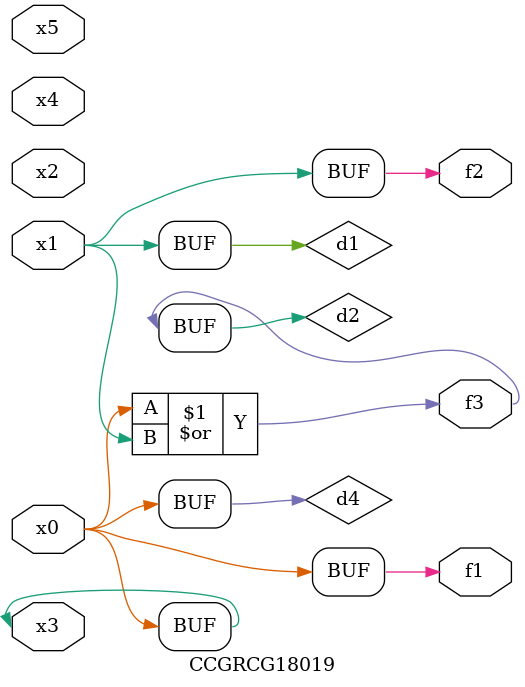
<source format=v>
module CCGRCG18019(
	input x0, x1, x2, x3, x4, x5,
	output f1, f2, f3
);

	wire d1, d2, d3, d4;

	and (d1, x1);
	or (d2, x0, x1);
	nand (d3, x0, x5);
	buf (d4, x0, x3);
	assign f1 = d4;
	assign f2 = d1;
	assign f3 = d2;
endmodule

</source>
